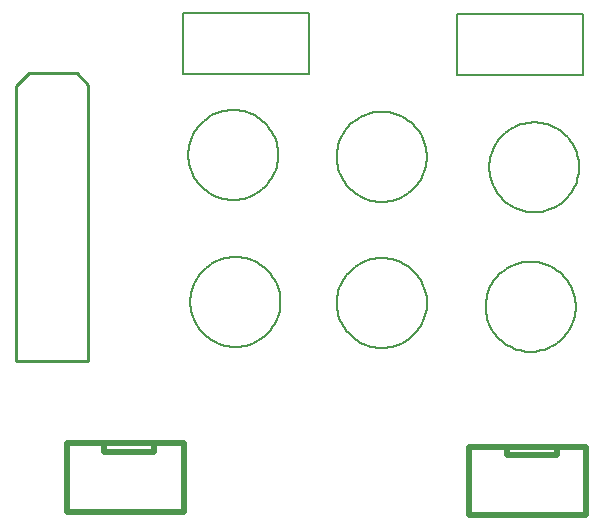
<source format=gm1>
%FSTAX23Y23*%
%MOIN*%
%SFA1B1*%

%IPPOS*%
%ADD10C,0.007870*%
%ADD11C,0.010000*%
%ADD12C,0.019680*%
%LNpwrsup-1*%
%LPD*%
G54D10*
X03311Y03366D02*
X03311Y03376D01*
X0331Y03386*
X03308Y03396*
X03306Y03405*
X03303Y03415*
X03299Y03424*
X03295Y03433*
X0329Y03442*
X03285Y03451*
X03279Y03459*
X03272Y03466*
X03265Y03473*
X03258Y0348*
X0325Y03486*
X03242Y03492*
X03233Y03497*
X03224Y03502*
X03215Y03506*
X03205Y03509*
X03196Y03512*
X03186Y03514*
X03176Y03515*
X03166Y03516*
X03156*
X03146Y03515*
X03136Y03514*
X03126Y03512*
X03116Y03509*
X03107Y03506*
X03098Y03502*
X03089Y03497*
X0308Y03492*
X03072Y03486*
X03064Y0348*
X03057Y03473*
X0305Y03466*
X03043Y03459*
X03037Y03451*
X03032Y03442*
X03027Y03433*
X03023Y03424*
X03019Y03415*
X03016Y03405*
X03014Y03396*
X03012Y03386*
X03011Y03376*
X03011Y03366*
X03011Y03356*
X03012Y03346*
X03014Y03336*
X03016Y03326*
X03019Y03316*
X03023Y03307*
X03027Y03298*
X03032Y03289*
X03037Y03281*
X03043Y03273*
X0305Y03265*
X03057Y03258*
X03064Y03251*
X03072Y03245*
X0308Y03239*
X03089Y03234*
X03098Y0323*
X03107Y03226*
X03116Y03222*
X03126Y0322*
X03136Y03218*
X03146Y03216*
X03156Y03216*
X03166*
X03176Y03216*
X03186Y03218*
X03196Y0322*
X03205Y03222*
X03215Y03226*
X03224Y0323*
X03233Y03234*
X03242Y03239*
X0325Y03245*
X03258Y03251*
X03265Y03258*
X03272Y03265*
X03279Y03273*
X03285Y03281*
X0329Y03289*
X03295Y03298*
X03299Y03307*
X03303Y03316*
X03306Y03326*
X03308Y03336*
X0331Y03346*
X03311Y03356*
X03311Y03366*
X02815Y03377D02*
X02815Y03387D01*
X02814Y03397*
X02812Y03407*
X0281Y03417*
X02807Y03427*
X02803Y03436*
X02799Y03445*
X02794Y03454*
X02789Y03462*
X02783Y0347*
X02776Y03478*
X02769Y03485*
X02762Y03492*
X02754Y03498*
X02746Y03504*
X02737Y03509*
X02728Y03514*
X02719Y03517*
X02709Y03521*
X027Y03523*
X0269Y03525*
X0268Y03527*
X0267Y03527*
X0266*
X0265Y03527*
X0264Y03525*
X0263Y03523*
X0262Y03521*
X02611Y03517*
X02602Y03514*
X02593Y03509*
X02584Y03504*
X02576Y03498*
X02568Y03492*
X02561Y03485*
X02554Y03478*
X02547Y0347*
X02541Y03462*
X02536Y03454*
X02531Y03445*
X02527Y03436*
X02523Y03427*
X0252Y03417*
X02518Y03407*
X02516Y03397*
X02515Y03387*
X02515Y03377*
X02515Y03367*
X02516Y03357*
X02518Y03348*
X0252Y03338*
X02523Y03328*
X02527Y03319*
X02531Y0331*
X02536Y03301*
X02541Y03293*
X02547Y03284*
X02554Y03277*
X02561Y0327*
X02568Y03263*
X02576Y03257*
X02584Y03251*
X02593Y03246*
X02602Y03241*
X02611Y03237*
X0262Y03234*
X0263Y03232*
X0264Y0323*
X0265Y03228*
X0266Y03228*
X0267*
X0268Y03228*
X0269Y0323*
X027Y03232*
X02709Y03234*
X02719Y03237*
X02728Y03241*
X02737Y03246*
X02746Y03251*
X02754Y03257*
X02762Y03263*
X02769Y0327*
X02776Y03277*
X02783Y03284*
X02789Y03293*
X02794Y03301*
X02799Y0331*
X02803Y03319*
X02807Y03328*
X0281Y03338*
X02812Y03348*
X02814Y03357*
X02815Y03367*
X02815Y03377*
X02327Y03381D02*
X02326Y03391D01*
X02325Y03401*
X02324Y03411*
X02321Y03421*
X02318Y03431*
X02315Y0344*
X02311Y03449*
X02306Y03458*
X023Y03466*
X02294Y03474*
X02288Y03482*
X02281Y03489*
X02274Y03496*
X02266Y03502*
X02257Y03508*
X02249Y03513*
X0224Y03517*
X02231Y03521*
X02221Y03525*
X02211Y03527*
X02202Y03529*
X02192Y03531*
X02182Y03531*
X02172*
X02162Y03531*
X02152Y03529*
X02142Y03527*
X02132Y03525*
X02123Y03521*
X02114Y03517*
X02105Y03513*
X02096Y03508*
X02088Y03502*
X0208Y03496*
X02072Y03489*
X02065Y03482*
X02059Y03474*
X02053Y03466*
X02048Y03458*
X02043Y03449*
X02039Y0344*
X02035Y03431*
X02032Y03421*
X0203Y03411*
X02028Y03401*
X02027Y03391*
X02027Y03381*
X02027Y03371*
X02028Y03361*
X0203Y03352*
X02032Y03342*
X02035Y03332*
X02039Y03323*
X02043Y03314*
X02048Y03305*
X02053Y03297*
X02059Y03288*
X02065Y03281*
X02072Y03274*
X0208Y03267*
X02088Y03261*
X02096Y03255*
X02105Y0325*
X02114Y03245*
X02123Y03241*
X02132Y03238*
X02142Y03235*
X02152Y03233*
X02162Y03232*
X02172Y03231*
X02182*
X02192Y03232*
X02202Y03233*
X02211Y03235*
X02221Y03238*
X02231Y03241*
X0224Y03245*
X02249Y0325*
X02257Y03255*
X02266Y03261*
X02274Y03267*
X02281Y03274*
X02288Y03281*
X02294Y03288*
X023Y03297*
X02306Y03305*
X02311Y03314*
X02315Y03323*
X02318Y03332*
X02321Y03342*
X02324Y03352*
X02325Y03361*
X02326Y03371*
X02327Y03381*
X03323Y0383D02*
X03322Y0384D01*
X03321Y0385*
X0332Y0386*
X03317Y0387*
X03314Y03879*
X03311Y03889*
X03307Y03898*
X03302Y03907*
X03296Y03915*
X0329Y03923*
X03284Y03931*
X03277Y03938*
X0327Y03945*
X03262Y03951*
X03253Y03957*
X03245Y03962*
X03236Y03966*
X03227Y0397*
X03217Y03973*
X03208Y03976*
X03198Y03978*
X03188Y03979*
X03178Y0398*
X03168*
X03158Y03979*
X03148Y03978*
X03138Y03976*
X03128Y03973*
X03119Y0397*
X0311Y03966*
X03101Y03962*
X03092Y03957*
X03084Y03951*
X03076Y03945*
X03068Y03938*
X03061Y03931*
X03055Y03923*
X03049Y03915*
X03044Y03907*
X03039Y03898*
X03035Y03889*
X03031Y03879*
X03028Y0387*
X03026Y0386*
X03024Y0385*
X03023Y0384*
X03023Y0383*
X03023Y0382*
X03024Y0381*
X03026Y038*
X03028Y03791*
X03031Y03781*
X03035Y03772*
X03039Y03763*
X03044Y03754*
X03049Y03745*
X03055Y03737*
X03061Y0373*
X03068Y03722*
X03076Y03716*
X03084Y03709*
X03092Y03704*
X03101Y03699*
X0311Y03694*
X03119Y0369*
X03128Y03687*
X03138Y03684*
X03148Y03682*
X03158Y03681*
X03168Y0368*
X03178*
X03188Y03681*
X03198Y03682*
X03208Y03684*
X03217Y03687*
X03227Y0369*
X03236Y03694*
X03245Y03699*
X03253Y03704*
X03262Y03709*
X0327Y03716*
X03277Y03722*
X03284Y0373*
X0329Y03737*
X03296Y03745*
X03302Y03754*
X03307Y03763*
X03311Y03772*
X03314Y03781*
X03317Y03791*
X0332Y038*
X03321Y0381*
X03322Y0382*
X03323Y0383*
X02815Y03865D02*
X02814Y03875D01*
X02813Y03885*
X02811Y03895*
X02809Y03905*
X02806Y03915*
X02803Y03924*
X02798Y03933*
X02794Y03942*
X02788Y0395*
X02782Y03958*
X02776Y03966*
X02769Y03973*
X02761Y0398*
X02753Y03986*
X02745Y03992*
X02737Y03997*
X02728Y04001*
X02718Y04005*
X02709Y04009*
X02699Y04011*
X02689Y04013*
X0268Y04015*
X0267Y04015*
X02659*
X02649Y04015*
X0264Y04013*
X0263Y04011*
X0262Y04009*
X02611Y04005*
X02601Y04001*
X02592Y03997*
X02584Y03992*
X02576Y03986*
X02568Y0398*
X0256Y03973*
X02553Y03966*
X02547Y03958*
X02541Y0395*
X02535Y03942*
X02531Y03933*
X02526Y03924*
X02523Y03915*
X0252Y03905*
X02518Y03895*
X02516Y03885*
X02515Y03875*
X02515Y03865*
X02515Y03855*
X02516Y03845*
X02518Y03835*
X0252Y03826*
X02523Y03816*
X02526Y03807*
X02531Y03798*
X02535Y03789*
X02541Y0378*
X02547Y03772*
X02553Y03765*
X0256Y03758*
X02568Y03751*
X02576Y03745*
X02584Y03739*
X02592Y03734*
X02601Y03729*
X02611Y03725*
X0262Y03722*
X0263Y03719*
X0264Y03717*
X02649Y03716*
X02659Y03715*
X0267*
X0268Y03716*
X02689Y03717*
X02699Y03719*
X02709Y03722*
X02718Y03725*
X02728Y03729*
X02737Y03734*
X02745Y03739*
X02753Y03745*
X02761Y03751*
X02769Y03758*
X02776Y03765*
X02782Y03772*
X02788Y0378*
X02794Y03789*
X02798Y03798*
X02803Y03807*
X02806Y03816*
X02809Y03826*
X02811Y03835*
X02813Y03845*
X02814Y03855*
X02815Y03865*
X0232Y03871D02*
X02319Y03881D01*
X02318Y03891*
X02316Y03901*
X02314Y03911*
X02311Y03921*
X02308Y0393*
X02303Y03939*
X02299Y03948*
X02293Y03956*
X02287Y03964*
X02281Y03972*
X02274Y03979*
X02266Y03986*
X02258Y03992*
X0225Y03998*
X02242Y04003*
X02233Y04007*
X02223Y04011*
X02214Y04015*
X02204Y04017*
X02194Y04019*
X02185Y04021*
X02175Y04021*
X02164*
X02154Y04021*
X02145Y04019*
X02135Y04017*
X02125Y04015*
X02116Y04011*
X02106Y04007*
X02097Y04003*
X02089Y03998*
X02081Y03992*
X02073Y03986*
X02065Y03979*
X02058Y03972*
X02052Y03964*
X02046Y03956*
X0204Y03948*
X02036Y03939*
X02031Y0393*
X02028Y03921*
X02025Y03911*
X02023Y03901*
X02021Y03891*
X0202Y03881*
X0202Y03871*
X0202Y03861*
X02021Y03851*
X02023Y03842*
X02025Y03832*
X02028Y03822*
X02031Y03813*
X02036Y03804*
X0204Y03795*
X02046Y03787*
X02052Y03778*
X02058Y03771*
X02065Y03764*
X02073Y03757*
X02081Y03751*
X02089Y03745*
X02097Y0374*
X02106Y03735*
X02116Y03731*
X02125Y03728*
X02135Y03726*
X02145Y03724*
X02154Y03722*
X02164Y03722*
X02175*
X02185Y03722*
X02194Y03724*
X02204Y03726*
X02214Y03728*
X02223Y03731*
X02233Y03735*
X02242Y0374*
X0225Y03745*
X02258Y03751*
X02266Y03757*
X02274Y03764*
X02281Y03771*
X02287Y03778*
X02293Y03787*
X02299Y03795*
X02303Y03804*
X02308Y03813*
X02311Y03822*
X02314Y03832*
X02316Y03842*
X02318Y03851*
X02319Y03861*
X0232Y03871*
X02917Y04138D02*
Y0434D01*
X03337*
Y04138D02*
Y0434D01*
X02917Y04138D02*
X03337D01*
X02002Y04142D02*
Y04344D01*
X02423*
Y04142D02*
Y04344D01*
X02002Y04142D02*
X02423D01*
G54D11*
X01687Y03185D02*
Y04106D01*
X01648Y04144D02*
X01687Y04106D01*
X01488Y04144D02*
X01648D01*
X01445Y03185D02*
Y04102D01*
X01488Y04144*
X01445Y03185D02*
X01687D01*
G54D12*
X02957Y0267D02*
Y02672D01*
Y0267D02*
X03347D01*
Y02899*
X02957D02*
X03347D01*
X02957Y02672D02*
Y02899D01*
X03082Y02871D02*
Y02898D01*
Y02871D02*
X0325D01*
Y02896*
X03246D02*
X0325D01*
X01903Y02908D02*
X01907D01*
Y02882D02*
Y02908D01*
X0174Y02882D02*
X01907D01*
X0174D02*
Y0291D01*
X01615Y02684D02*
Y02911D01*
X02004*
Y02682D02*
Y02911D01*
X01615Y02682D02*
X02004D01*
X01615D02*
Y02684D01*
M02*
</source>
